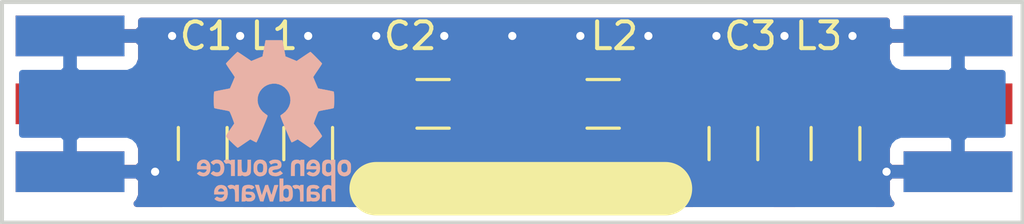
<source format=kicad_pcb>
(kicad_pcb (version 20171130) (host pcbnew "(5.0.1)-4")

  (general
    (thickness 1.6)
    (drawings 6)
    (tracks 34)
    (zones 0)
    (modules 9)
    (nets 5)
  )

  (page A4)
  (layers
    (0 F.Cu signal)
    (31 B.Cu signal)
    (32 B.Adhes user)
    (33 F.Adhes user)
    (34 B.Paste user)
    (35 F.Paste user)
    (36 B.SilkS user)
    (37 F.SilkS user)
    (38 B.Mask user)
    (39 F.Mask user)
    (40 Dwgs.User user)
    (41 Cmts.User user)
    (42 Eco1.User user)
    (43 Eco2.User user)
    (44 Edge.Cuts user)
    (45 Margin user)
    (46 B.CrtYd user)
    (47 F.CrtYd user)
    (48 B.Fab user)
    (49 F.Fab user)
  )

  (setup
    (last_trace_width 0.2032)
    (trace_clearance 0.2032)
    (zone_clearance 0.508)
    (zone_45_only no)
    (trace_min 0.2032)
    (segment_width 0.2)
    (edge_width 0.15)
    (via_size 0.6096)
    (via_drill 0.3048)
    (via_min_size 0.6096)
    (via_min_drill 0.3048)
    (uvia_size 0.3)
    (uvia_drill 0.1)
    (uvias_allowed no)
    (uvia_min_size 0.2)
    (uvia_min_drill 0.1)
    (pcb_text_width 0.3)
    (pcb_text_size 1.5 1.5)
    (mod_edge_width 0.15)
    (mod_text_size 1 1)
    (mod_text_width 0.15)
    (pad_size 1.524 1.524)
    (pad_drill 0.762)
    (pad_to_mask_clearance 0.051)
    (solder_mask_min_width 0.25)
    (aux_axis_origin 0 0)
    (grid_origin 116.205 108.585)
    (visible_elements 7FFFFFFF)
    (pcbplotparams
      (layerselection 0x010fc_ffffffff)
      (usegerberextensions false)
      (usegerberattributes false)
      (usegerberadvancedattributes false)
      (creategerberjobfile false)
      (excludeedgelayer true)
      (linewidth 0.100000)
      (plotframeref false)
      (viasonmask false)
      (mode 1)
      (useauxorigin true)
      (hpglpennumber 1)
      (hpglpenspeed 20)
      (hpglpendiameter 15.000000)
      (psnegative false)
      (psa4output false)
      (plotreference true)
      (plotvalue false)
      (plotinvisibletext false)
      (padsonsilk false)
      (subtractmaskfromsilk false)
      (outputformat 1)
      (mirror false)
      (drillshape 0)
      (scaleselection 1)
      (outputdirectory ""))
  )

  (net 0 "")
  (net 1 "Net-(C1-Pad1)")
  (net 2 GND)
  (net 3 "Net-(C2-Pad1)")
  (net 4 "Net-(C3-Pad1)")

  (net_class Default "This is the default net class."
    (clearance 0.2032)
    (trace_width 0.2032)
    (via_dia 0.6096)
    (via_drill 0.3048)
    (uvia_dia 0.3)
    (uvia_drill 0.1)
    (diff_pair_gap 0.2032)
    (diff_pair_width 0.2032)
    (add_net GND)
  )

  (net_class 50Ohm ""
    (clearance 0.37)
    (trace_width 1.8)
    (via_dia 0.6096)
    (via_drill 0.3048)
    (uvia_dia 0.3)
    (uvia_drill 0.1)
    (diff_pair_gap 0.2032)
    (diff_pair_width 0.2032)
    (add_net "Net-(C1-Pad1)")
    (add_net "Net-(C2-Pad1)")
    (add_net "Net-(C3-Pad1)")
  )

  (module Inductor_SMD:L_1206_3216Metric_Pad1.42x1.75mm_HandSolder (layer F.Cu) (tedit 5B301BBE) (tstamp 5C307E98)
    (at 127.635 105.6275 270)
    (descr "Capacitor SMD 1206 (3216 Metric), square (rectangular) end terminal, IPC_7351 nominal with elongated pad for handsoldering. (Body size source: http://www.tortai-tech.com/upload/download/2011102023233369053.pdf), generated with kicad-footprint-generator")
    (tags "inductor handsolder")
    (path /5C17E923)
    (attr smd)
    (fp_text reference L1 (at -4.0275 1.27) (layer F.SilkS)
      (effects (font (size 1 1) (thickness 0.15)))
    )
    (fp_text value L (at 0 1.82 270) (layer F.Fab)
      (effects (font (size 1 1) (thickness 0.15)))
    )
    (fp_line (start -1.6 0.8) (end -1.6 -0.8) (layer F.Fab) (width 0.1))
    (fp_line (start -1.6 -0.8) (end 1.6 -0.8) (layer F.Fab) (width 0.1))
    (fp_line (start 1.6 -0.8) (end 1.6 0.8) (layer F.Fab) (width 0.1))
    (fp_line (start 1.6 0.8) (end -1.6 0.8) (layer F.Fab) (width 0.1))
    (fp_line (start -0.602064 -0.91) (end 0.602064 -0.91) (layer F.SilkS) (width 0.12))
    (fp_line (start -0.602064 0.91) (end 0.602064 0.91) (layer F.SilkS) (width 0.12))
    (fp_line (start -2.45 1.12) (end -2.45 -1.12) (layer F.CrtYd) (width 0.05))
    (fp_line (start -2.45 -1.12) (end 2.45 -1.12) (layer F.CrtYd) (width 0.05))
    (fp_line (start 2.45 -1.12) (end 2.45 1.12) (layer F.CrtYd) (width 0.05))
    (fp_line (start 2.45 1.12) (end -2.45 1.12) (layer F.CrtYd) (width 0.05))
    (fp_text user %R (at 0 0 270) (layer F.Fab)
      (effects (font (size 0.8 0.8) (thickness 0.12)))
    )
    (pad 1 smd roundrect (at -1.4875 0 270) (size 1.425 1.75) (layers F.Cu F.Paste F.Mask) (roundrect_rratio 0.175439)
      (net 1 "Net-(C1-Pad1)"))
    (pad 2 smd roundrect (at 1.4875 0 270) (size 1.425 1.75) (layers F.Cu F.Paste F.Mask) (roundrect_rratio 0.175439)
      (net 2 GND))
    (model ${KISYS3DMOD}/Inductor_SMD.3dshapes/L_1206_3216Metric.wrl
      (at (xyz 0 0 0))
      (scale (xyz 1 1 1))
      (rotate (xyz 0 0 0))
    )
  )

  (module Capacitor_SMD:C_1206_3216Metric_Pad1.42x1.75mm_HandSolder (layer F.Cu) (tedit 5B301BBE) (tstamp 5C36B264)
    (at 123.698 105.6275 270)
    (descr "Capacitor SMD 1206 (3216 Metric), square (rectangular) end terminal, IPC_7351 nominal with elongated pad for handsoldering. (Body size source: http://www.tortai-tech.com/upload/download/2011102023233369053.pdf), generated with kicad-footprint-generator")
    (tags "capacitor handsolder")
    (path /5C17EB18)
    (attr smd)
    (fp_text reference C1 (at -4.0275 -0.127) (layer F.SilkS)
      (effects (font (size 1 1) (thickness 0.15)))
    )
    (fp_text value C (at 0 1.82 270) (layer F.Fab)
      (effects (font (size 1 1) (thickness 0.15)))
    )
    (fp_line (start -1.6 0.8) (end -1.6 -0.8) (layer F.Fab) (width 0.1))
    (fp_line (start -1.6 -0.8) (end 1.6 -0.8) (layer F.Fab) (width 0.1))
    (fp_line (start 1.6 -0.8) (end 1.6 0.8) (layer F.Fab) (width 0.1))
    (fp_line (start 1.6 0.8) (end -1.6 0.8) (layer F.Fab) (width 0.1))
    (fp_line (start -0.602064 -0.91) (end 0.602064 -0.91) (layer F.SilkS) (width 0.12))
    (fp_line (start -0.602064 0.91) (end 0.602064 0.91) (layer F.SilkS) (width 0.12))
    (fp_line (start -2.45 1.12) (end -2.45 -1.12) (layer F.CrtYd) (width 0.05))
    (fp_line (start -2.45 -1.12) (end 2.45 -1.12) (layer F.CrtYd) (width 0.05))
    (fp_line (start 2.45 -1.12) (end 2.45 1.12) (layer F.CrtYd) (width 0.05))
    (fp_line (start 2.45 1.12) (end -2.45 1.12) (layer F.CrtYd) (width 0.05))
    (fp_text user %R (at 0 0 270) (layer F.Fab)
      (effects (font (size 0.8 0.8) (thickness 0.12)))
    )
    (pad 1 smd roundrect (at -1.4875 0 270) (size 1.425 1.75) (layers F.Cu F.Paste F.Mask) (roundrect_rratio 0.175439)
      (net 1 "Net-(C1-Pad1)"))
    (pad 2 smd roundrect (at 1.4875 0 270) (size 1.425 1.75) (layers F.Cu F.Paste F.Mask) (roundrect_rratio 0.175439)
      (net 2 GND))
    (model ${KISYS3DMOD}/Capacitor_SMD.3dshapes/C_1206_3216Metric.wrl
      (at (xyz 0 0 0))
      (scale (xyz 1 1 1))
      (rotate (xyz 0 0 0))
    )
  )

  (module Capacitor_SMD:C_1206_3216Metric_Pad1.42x1.75mm_HandSolder (layer F.Cu) (tedit 5B301BBE) (tstamp 5C308222)
    (at 132.2975 104.14 180)
    (descr "Capacitor SMD 1206 (3216 Metric), square (rectangular) end terminal, IPC_7351 nominal with elongated pad for handsoldering. (Body size source: http://www.tortai-tech.com/upload/download/2011102023233369053.pdf), generated with kicad-footprint-generator")
    (tags "capacitor handsolder")
    (path /5C17EB9C)
    (attr smd)
    (fp_text reference C2 (at 0.8525 2.54 180) (layer F.SilkS)
      (effects (font (size 1 1) (thickness 0.15)))
    )
    (fp_text value C (at 0.207999 1.394999 180) (layer F.Fab)
      (effects (font (size 1 1) (thickness 0.15)))
    )
    (fp_text user %R (at 0 0 180) (layer F.Fab)
      (effects (font (size 0.8 0.8) (thickness 0.12)))
    )
    (fp_line (start 2.45 1.12) (end -2.45 1.12) (layer F.CrtYd) (width 0.05))
    (fp_line (start 2.45 -1.12) (end 2.45 1.12) (layer F.CrtYd) (width 0.05))
    (fp_line (start -2.45 -1.12) (end 2.45 -1.12) (layer F.CrtYd) (width 0.05))
    (fp_line (start -2.45 1.12) (end -2.45 -1.12) (layer F.CrtYd) (width 0.05))
    (fp_line (start -0.602064 0.91) (end 0.602064 0.91) (layer F.SilkS) (width 0.12))
    (fp_line (start -0.602064 -0.91) (end 0.602064 -0.91) (layer F.SilkS) (width 0.12))
    (fp_line (start 1.6 0.8) (end -1.6 0.8) (layer F.Fab) (width 0.1))
    (fp_line (start 1.6 -0.8) (end 1.6 0.8) (layer F.Fab) (width 0.1))
    (fp_line (start -1.6 -0.8) (end 1.6 -0.8) (layer F.Fab) (width 0.1))
    (fp_line (start -1.6 0.8) (end -1.6 -0.8) (layer F.Fab) (width 0.1))
    (pad 2 smd roundrect (at 1.4875 0 180) (size 1.425 1.75) (layers F.Cu F.Paste F.Mask) (roundrect_rratio 0.175439)
      (net 1 "Net-(C1-Pad1)"))
    (pad 1 smd roundrect (at -1.4875 0 180) (size 1.425 1.75) (layers F.Cu F.Paste F.Mask) (roundrect_rratio 0.175439)
      (net 3 "Net-(C2-Pad1)"))
    (model ${KISYS3DMOD}/Capacitor_SMD.3dshapes/C_1206_3216Metric.wrl
      (at (xyz 0 0 0))
      (scale (xyz 1 1 1))
      (rotate (xyz 0 0 0))
    )
  )

  (module Capacitor_SMD:C_1206_3216Metric_Pad1.42x1.75mm_HandSolder (layer F.Cu) (tedit 5B301BBE) (tstamp 5C307E75)
    (at 143.51 105.6275 270)
    (descr "Capacitor SMD 1206 (3216 Metric), square (rectangular) end terminal, IPC_7351 nominal with elongated pad for handsoldering. (Body size source: http://www.tortai-tech.com/upload/download/2011102023233369053.pdf), generated with kicad-footprint-generator")
    (tags "capacitor handsolder")
    (path /5C17EBE0)
    (attr smd)
    (fp_text reference C3 (at -4.0275 -0.635) (layer F.SilkS)
      (effects (font (size 1 1) (thickness 0.15)))
    )
    (fp_text value C (at 0 1.82 270) (layer F.Fab)
      (effects (font (size 1 1) (thickness 0.15)))
    )
    (fp_line (start -1.6 0.8) (end -1.6 -0.8) (layer F.Fab) (width 0.1))
    (fp_line (start -1.6 -0.8) (end 1.6 -0.8) (layer F.Fab) (width 0.1))
    (fp_line (start 1.6 -0.8) (end 1.6 0.8) (layer F.Fab) (width 0.1))
    (fp_line (start 1.6 0.8) (end -1.6 0.8) (layer F.Fab) (width 0.1))
    (fp_line (start -0.602064 -0.91) (end 0.602064 -0.91) (layer F.SilkS) (width 0.12))
    (fp_line (start -0.602064 0.91) (end 0.602064 0.91) (layer F.SilkS) (width 0.12))
    (fp_line (start -2.45 1.12) (end -2.45 -1.12) (layer F.CrtYd) (width 0.05))
    (fp_line (start -2.45 -1.12) (end 2.45 -1.12) (layer F.CrtYd) (width 0.05))
    (fp_line (start 2.45 -1.12) (end 2.45 1.12) (layer F.CrtYd) (width 0.05))
    (fp_line (start 2.45 1.12) (end -2.45 1.12) (layer F.CrtYd) (width 0.05))
    (fp_text user %R (at 0 0 270) (layer F.Fab)
      (effects (font (size 0.8 0.8) (thickness 0.12)))
    )
    (pad 1 smd roundrect (at -1.4875 0 270) (size 1.425 1.75) (layers F.Cu F.Paste F.Mask) (roundrect_rratio 0.175439)
      (net 4 "Net-(C3-Pad1)"))
    (pad 2 smd roundrect (at 1.4875 0 270) (size 1.425 1.75) (layers F.Cu F.Paste F.Mask) (roundrect_rratio 0.175439)
      (net 2 GND))
    (model ${KISYS3DMOD}/Capacitor_SMD.3dshapes/C_1206_3216Metric.wrl
      (at (xyz 0 0 0))
      (scale (xyz 1 1 1))
      (rotate (xyz 0 0 0))
    )
  )

  (module RFLego_Footprint:SMA_Edge (layer F.Cu) (tedit 5C17EE9A) (tstamp 5C3085F9)
    (at 116.713 104.14)
    (path /5C17E7BA)
    (fp_text reference J1 (at 2.1336 4.6482) (layer F.SilkS) hide
      (effects (font (size 1 1) (thickness 0.15)))
    )
    (fp_text value SMA (at 1.27 6.35) (layer F.Fab) hide
      (effects (font (size 1 1) (thickness 0.15)))
    )
    (pad 1 smd rect (at 2.032 0) (size 4.064 1.524) (layers F.Cu F.Mask)
      (net 1 "Net-(C1-Pad1)"))
    (pad 2 smd rect (at 2.032 -2.54) (size 4.064 1.524) (layers F.Cu F.Mask)
      (net 2 GND))
    (pad 2 smd rect (at 2.032 2.54) (size 4.064 1.524) (layers B.Cu B.Mask)
      (net 2 GND))
    (pad 2 smd rect (at 2.032 -2.54) (size 4.064 1.524) (layers B.Cu B.Mask)
      (net 2 GND))
    (pad 2 smd rect (at 2.032 2.54) (size 4.064 1.524) (layers F.Cu F.Mask)
      (net 2 GND))
  )

  (module RFLego_Footprint:SMA_Edge (layer F.Cu) (tedit 5C17EE9F) (tstamp 5C307E87)
    (at 149.86 104.14)
    (path /5C17E84A)
    (fp_text reference J2 (at 2.1336 4.6482) (layer F.SilkS) hide
      (effects (font (size 1 1) (thickness 0.15)))
    )
    (fp_text value SMA (at 1.27 6.35) (layer F.Fab) hide
      (effects (font (size 1 1) (thickness 0.15)))
    )
    (pad 2 smd rect (at 2.032 2.54) (size 4.064 1.524) (layers F.Cu F.Mask)
      (net 2 GND))
    (pad 2 smd rect (at 2.032 -2.54) (size 4.064 1.524) (layers B.Cu B.Mask)
      (net 2 GND))
    (pad 2 smd rect (at 2.032 2.54) (size 4.064 1.524) (layers B.Cu B.Mask)
      (net 2 GND))
    (pad 2 smd rect (at 2.032 -2.54) (size 4.064 1.524) (layers F.Cu F.Mask)
      (net 2 GND))
    (pad 1 smd rect (at 2.032 0) (size 4.064 1.524) (layers F.Cu F.Mask)
      (net 4 "Net-(C3-Pad1)"))
  )

  (module Inductor_SMD:L_1206_3216Metric_Pad1.42x1.75mm_HandSolder (layer F.Cu) (tedit 5B301BBE) (tstamp 5C307EA9)
    (at 138.6475 104.14)
    (descr "Capacitor SMD 1206 (3216 Metric), square (rectangular) end terminal, IPC_7351 nominal with elongated pad for handsoldering. (Body size source: http://www.tortai-tech.com/upload/download/2011102023233369053.pdf), generated with kicad-footprint-generator")
    (tags "inductor handsolder")
    (path /5C17EA84)
    (attr smd)
    (fp_text reference L2 (at 0.4175 -2.54) (layer F.SilkS)
      (effects (font (size 1 1) (thickness 0.15)))
    )
    (fp_text value L (at 0 1.82) (layer F.Fab)
      (effects (font (size 1 1) (thickness 0.15)))
    )
    (fp_line (start -1.6 0.8) (end -1.6 -0.8) (layer F.Fab) (width 0.1))
    (fp_line (start -1.6 -0.8) (end 1.6 -0.8) (layer F.Fab) (width 0.1))
    (fp_line (start 1.6 -0.8) (end 1.6 0.8) (layer F.Fab) (width 0.1))
    (fp_line (start 1.6 0.8) (end -1.6 0.8) (layer F.Fab) (width 0.1))
    (fp_line (start -0.602064 -0.91) (end 0.602064 -0.91) (layer F.SilkS) (width 0.12))
    (fp_line (start -0.602064 0.91) (end 0.602064 0.91) (layer F.SilkS) (width 0.12))
    (fp_line (start -2.45 1.12) (end -2.45 -1.12) (layer F.CrtYd) (width 0.05))
    (fp_line (start -2.45 -1.12) (end 2.45 -1.12) (layer F.CrtYd) (width 0.05))
    (fp_line (start 2.45 -1.12) (end 2.45 1.12) (layer F.CrtYd) (width 0.05))
    (fp_line (start 2.45 1.12) (end -2.45 1.12) (layer F.CrtYd) (width 0.05))
    (fp_text user %R (at 0 0) (layer F.Fab)
      (effects (font (size 0.8 0.8) (thickness 0.12)))
    )
    (pad 1 smd roundrect (at -1.4875 0) (size 1.425 1.75) (layers F.Cu F.Paste F.Mask) (roundrect_rratio 0.175439)
      (net 3 "Net-(C2-Pad1)"))
    (pad 2 smd roundrect (at 1.4875 0) (size 1.425 1.75) (layers F.Cu F.Paste F.Mask) (roundrect_rratio 0.175439)
      (net 4 "Net-(C3-Pad1)"))
    (model ${KISYS3DMOD}/Inductor_SMD.3dshapes/L_1206_3216Metric.wrl
      (at (xyz 0 0 0))
      (scale (xyz 1 1 1))
      (rotate (xyz 0 0 0))
    )
  )

  (module Inductor_SMD:L_1206_3216Metric_Pad1.42x1.75mm_HandSolder (layer F.Cu) (tedit 5B301BBE) (tstamp 5C307EBA)
    (at 147.32 105.6275 270)
    (descr "Capacitor SMD 1206 (3216 Metric), square (rectangular) end terminal, IPC_7351 nominal with elongated pad for handsoldering. (Body size source: http://www.tortai-tech.com/upload/download/2011102023233369053.pdf), generated with kicad-footprint-generator")
    (tags "inductor handsolder")
    (path /5C17EA40)
    (attr smd)
    (fp_text reference L3 (at -4.0275 0.635) (layer F.SilkS)
      (effects (font (size 1 1) (thickness 0.15)))
    )
    (fp_text value L (at 0 1.82 270) (layer F.Fab)
      (effects (font (size 1 1) (thickness 0.15)))
    )
    (fp_text user %R (at 0 0 270) (layer F.Fab)
      (effects (font (size 0.8 0.8) (thickness 0.12)))
    )
    (fp_line (start 2.45 1.12) (end -2.45 1.12) (layer F.CrtYd) (width 0.05))
    (fp_line (start 2.45 -1.12) (end 2.45 1.12) (layer F.CrtYd) (width 0.05))
    (fp_line (start -2.45 -1.12) (end 2.45 -1.12) (layer F.CrtYd) (width 0.05))
    (fp_line (start -2.45 1.12) (end -2.45 -1.12) (layer F.CrtYd) (width 0.05))
    (fp_line (start -0.602064 0.91) (end 0.602064 0.91) (layer F.SilkS) (width 0.12))
    (fp_line (start -0.602064 -0.91) (end 0.602064 -0.91) (layer F.SilkS) (width 0.12))
    (fp_line (start 1.6 0.8) (end -1.6 0.8) (layer F.Fab) (width 0.1))
    (fp_line (start 1.6 -0.8) (end 1.6 0.8) (layer F.Fab) (width 0.1))
    (fp_line (start -1.6 -0.8) (end 1.6 -0.8) (layer F.Fab) (width 0.1))
    (fp_line (start -1.6 0.8) (end -1.6 -0.8) (layer F.Fab) (width 0.1))
    (pad 2 smd roundrect (at 1.4875 0 270) (size 1.425 1.75) (layers F.Cu F.Paste F.Mask) (roundrect_rratio 0.175439)
      (net 2 GND))
    (pad 1 smd roundrect (at -1.4875 0 270) (size 1.425 1.75) (layers F.Cu F.Paste F.Mask) (roundrect_rratio 0.175439)
      (net 4 "Net-(C3-Pad1)"))
    (model ${KISYS3DMOD}/Inductor_SMD.3dshapes/L_1206_3216Metric.wrl
      (at (xyz 0 0 0))
      (scale (xyz 1 1 1))
      (rotate (xyz 0 0 0))
    )
  )

  (module Symbol:OSHW-Logo_5.7x6mm_SilkScreen (layer B.Cu) (tedit 0) (tstamp 5C51F581)
    (at 126.365 104.775 180)
    (descr "Open Source Hardware Logo")
    (tags "Logo OSHW")
    (attr virtual)
    (fp_text reference REF** (at 0 0 180) (layer B.SilkS) hide
      (effects (font (size 1 1) (thickness 0.15)) (justify mirror))
    )
    (fp_text value OSHW-Logo_5.7x6mm_SilkScreen (at 0.75 0 180) (layer B.Fab) hide
      (effects (font (size 1 1) (thickness 0.15)) (justify mirror))
    )
    (fp_poly (pts (xy 0.376964 2.709982) (xy 0.433812 2.40843) (xy 0.853338 2.235488) (xy 1.104984 2.406605)
      (xy 1.175458 2.45425) (xy 1.239163 2.49679) (xy 1.293126 2.532285) (xy 1.334373 2.55879)
      (xy 1.359934 2.574364) (xy 1.366895 2.577722) (xy 1.379435 2.569086) (xy 1.406231 2.545208)
      (xy 1.44428 2.509141) (xy 1.490579 2.463933) (xy 1.542123 2.412636) (xy 1.595909 2.358299)
      (xy 1.648935 2.303972) (xy 1.698195 2.252705) (xy 1.740687 2.207549) (xy 1.773407 2.171554)
      (xy 1.793351 2.14777) (xy 1.798119 2.13981) (xy 1.791257 2.125135) (xy 1.77202 2.092986)
      (xy 1.74243 2.046508) (xy 1.70451 1.988844) (xy 1.660282 1.92314) (xy 1.634654 1.885664)
      (xy 1.587941 1.817232) (xy 1.546432 1.75548) (xy 1.51214 1.703481) (xy 1.48708 1.664308)
      (xy 1.473264 1.641035) (xy 1.471188 1.636145) (xy 1.475895 1.622245) (xy 1.488723 1.58985)
      (xy 1.507738 1.543515) (xy 1.531003 1.487794) (xy 1.556584 1.427242) (xy 1.582545 1.366414)
      (xy 1.60695 1.309864) (xy 1.627863 1.262148) (xy 1.643349 1.227819) (xy 1.651472 1.211432)
      (xy 1.651952 1.210788) (xy 1.664707 1.207659) (xy 1.698677 1.200679) (xy 1.75034 1.190533)
      (xy 1.816176 1.177908) (xy 1.892664 1.163491) (xy 1.93729 1.155177) (xy 2.019021 1.139616)
      (xy 2.092843 1.124808) (xy 2.155021 1.111564) (xy 2.201822 1.100695) (xy 2.229509 1.093011)
      (xy 2.235074 1.090573) (xy 2.240526 1.07407) (xy 2.244924 1.0368) (xy 2.248272 0.98312)
      (xy 2.250574 0.917388) (xy 2.251832 0.843963) (xy 2.252048 0.767204) (xy 2.251227 0.691468)
      (xy 2.249371 0.621114) (xy 2.246482 0.5605) (xy 2.242565 0.513984) (xy 2.237622 0.485925)
      (xy 2.234657 0.480084) (xy 2.216934 0.473083) (xy 2.179381 0.463073) (xy 2.126964 0.451231)
      (xy 2.064652 0.438733) (xy 2.0429 0.43469) (xy 1.938024 0.41548) (xy 1.85518 0.400009)
      (xy 1.79163 0.387663) (xy 1.744637 0.377827) (xy 1.711463 0.369886) (xy 1.689371 0.363224)
      (xy 1.675624 0.357227) (xy 1.667484 0.351281) (xy 1.666345 0.350106) (xy 1.654977 0.331174)
      (xy 1.637635 0.294331) (xy 1.61605 0.244087) (xy 1.591954 0.184954) (xy 1.567079 0.121444)
      (xy 1.543157 0.058068) (xy 1.521919 -0.000662) (xy 1.505097 -0.050235) (xy 1.494422 -0.086139)
      (xy 1.491627 -0.103862) (xy 1.49186 -0.104483) (xy 1.501331 -0.11897) (xy 1.522818 -0.150844)
      (xy 1.554063 -0.196789) (xy 1.592807 -0.253485) (xy 1.636793 -0.317617) (xy 1.649319 -0.335842)
      (xy 1.693984 -0.401914) (xy 1.733288 -0.4622) (xy 1.765088 -0.513235) (xy 1.787245 -0.55156)
      (xy 1.797617 -0.573711) (xy 1.798119 -0.576432) (xy 1.789405 -0.590736) (xy 1.765325 -0.619072)
      (xy 1.728976 -0.658396) (xy 1.683453 -0.705661) (xy 1.631852 -0.757823) (xy 1.577267 -0.811835)
      (xy 1.522794 -0.864653) (xy 1.471529 -0.913231) (xy 1.426567 -0.954523) (xy 1.391004 -0.985485)
      (xy 1.367935 -1.00307) (xy 1.361554 -1.005941) (xy 1.346699 -0.999178) (xy 1.316286 -0.980939)
      (xy 1.275268 -0.954297) (xy 1.243709 -0.932852) (xy 1.186525 -0.893503) (xy 1.118806 -0.847171)
      (xy 1.05088 -0.800913) (xy 1.014361 -0.776155) (xy 0.890752 -0.692547) (xy 0.786991 -0.74865)
      (xy 0.73972 -0.773228) (xy 0.699523 -0.792331) (xy 0.672326 -0.803227) (xy 0.665402 -0.804743)
      (xy 0.657077 -0.793549) (xy 0.640654 -0.761917) (xy 0.617357 -0.712765) (xy 0.588414 -0.64901)
      (xy 0.55505 -0.573571) (xy 0.518491 -0.489364) (xy 0.479964 -0.399308) (xy 0.440694 -0.306321)
      (xy 0.401908 -0.21332) (xy 0.36483 -0.123223) (xy 0.330689 -0.038948) (xy 0.300708 0.036587)
      (xy 0.276116 0.100466) (xy 0.258136 0.149769) (xy 0.247997 0.181579) (xy 0.246366 0.192504)
      (xy 0.259291 0.206439) (xy 0.287589 0.22906) (xy 0.325346 0.255667) (xy 0.328515 0.257772)
      (xy 0.4261 0.335886) (xy 0.504786 0.427018) (xy 0.563891 0.528255) (xy 0.602732 0.636682)
      (xy 0.620628 0.749386) (xy 0.616897 0.863452) (xy 0.590857 0.975966) (xy 0.541825 1.084015)
      (xy 0.5274 1.107655) (xy 0.452369 1.203113) (xy 0.36373 1.279768) (xy 0.264549 1.33722)
      (xy 0.157895 1.375071) (xy 0.046836 1.392922) (xy -0.065561 1.390375) (xy -0.176227 1.36703)
      (xy -0.282094 1.32249) (xy -0.380095 1.256355) (xy -0.41041 1.229513) (xy -0.487562 1.145488)
      (xy -0.543782 1.057034) (xy -0.582347 0.957885) (xy -0.603826 0.859697) (xy -0.609128 0.749303)
      (xy -0.591448 0.63836) (xy -0.552581 0.530619) (xy -0.494323 0.429831) (xy -0.418469 0.339744)
      (xy -0.326817 0.264108) (xy -0.314772 0.256136) (xy -0.276611 0.230026) (xy -0.247601 0.207405)
      (xy -0.233732 0.192961) (xy -0.233531 0.192504) (xy -0.236508 0.176879) (xy -0.248311 0.141418)
      (xy -0.267714 0.089038) (xy -0.293488 0.022655) (xy -0.324409 -0.054814) (xy -0.359249 -0.14045)
      (xy -0.396783 -0.231337) (xy -0.435783 -0.324559) (xy -0.475023 -0.417197) (xy -0.513276 -0.506335)
      (xy -0.549317 -0.589055) (xy -0.581917 -0.662441) (xy -0.609852 -0.723575) (xy -0.631895 -0.769541)
      (xy -0.646818 -0.797421) (xy -0.652828 -0.804743) (xy -0.671191 -0.799041) (xy -0.705552 -0.783749)
      (xy -0.749984 -0.761599) (xy -0.774417 -0.74865) (xy -0.878178 -0.692547) (xy -1.001787 -0.776155)
      (xy -1.064886 -0.818987) (xy -1.13397 -0.866122) (xy -1.198707 -0.910503) (xy -1.231134 -0.932852)
      (xy -1.276741 -0.963477) (xy -1.31536 -0.987747) (xy -1.341952 -1.002587) (xy -1.35059 -1.005724)
      (xy -1.363161 -0.997261) (xy -1.390984 -0.973636) (xy -1.431361 -0.937302) (xy -1.481595 -0.890711)
      (xy -1.538988 -0.836317) (xy -1.575286 -0.801392) (xy -1.63879 -0.738996) (xy -1.693673 -0.683188)
      (xy -1.737714 -0.636354) (xy -1.768695 -0.600882) (xy -1.784398 -0.579161) (xy -1.785905 -0.574752)
      (xy -1.778914 -0.557985) (xy -1.759594 -0.524082) (xy -1.730091 -0.476476) (xy -1.692545 -0.418599)
      (xy -1.6491 -0.353884) (xy -1.636745 -0.335842) (xy -1.591727 -0.270267) (xy -1.55134 -0.211228)
      (xy -1.51784 -0.162042) (xy -1.493486 -0.126028) (xy -1.480536 -0.106502) (xy -1.479285 -0.104483)
      (xy -1.481156 -0.088922) (xy -1.491087 -0.054709) (xy -1.507347 -0.006355) (xy -1.528205 0.051629)
      (xy -1.551927 0.11473) (xy -1.576784 0.178437) (xy -1.601042 0.238239) (xy -1.622971 0.289624)
      (xy -1.640838 0.328081) (xy -1.652913 0.349098) (xy -1.653771 0.350106) (xy -1.661154 0.356112)
      (xy -1.673625 0.362052) (xy -1.69392 0.36854) (xy -1.724778 0.376191) (xy -1.768934 0.38562)
      (xy -1.829126 0.397441) (xy -1.908093 0.412271) (xy -2.00857 0.430723) (xy -2.030325 0.43469)
      (xy -2.094802 0.447147) (xy -2.151011 0.459334) (xy -2.193987 0.470074) (xy -2.21876 0.478191)
      (xy -2.222082 0.480084) (xy -2.227556 0.496862) (xy -2.232006 0.534355) (xy -2.235428 0.588206)
      (xy -2.237819 0.654056) (xy -2.239177 0.727547) (xy -2.239499 0.80432) (xy -2.238781 0.880017)
      (xy -2.237021 0.95028) (xy -2.234216 1.01075) (xy -2.230362 1.05707) (xy -2.225457 1.084881)
      (xy -2.2225 1.090573) (xy -2.206037 1.096314) (xy -2.168551 1.105655) (xy -2.113775 1.117785)
      (xy -2.045445 1.131893) (xy -1.967294 1.14717) (xy -1.924716 1.155177) (xy -1.843929 1.170279)
      (xy -1.771887 1.18396) (xy -1.712111 1.195533) (xy -1.668121 1.204313) (xy -1.643439 1.209613)
      (xy -1.639377 1.210788) (xy -1.632511 1.224035) (xy -1.617998 1.255943) (xy -1.597771 1.301953)
      (xy -1.573766 1.357508) (xy -1.547918 1.418047) (xy -1.52216 1.479014) (xy -1.498427 1.535849)
      (xy -1.478654 1.583994) (xy -1.464776 1.61889) (xy -1.458726 1.635979) (xy -1.458614 1.636726)
      (xy -1.465472 1.650207) (xy -1.484698 1.68123) (xy -1.514272 1.726711) (xy -1.552173 1.783568)
      (xy -1.59638 1.848717) (xy -1.622079 1.886138) (xy -1.668907 1.954753) (xy -1.710499 2.017048)
      (xy -1.744825 2.069871) (xy -1.769857 2.110073) (xy -1.783565 2.1345) (xy -1.785544 2.139976)
      (xy -1.777034 2.152722) (xy -1.753507 2.179937) (xy -1.717968 2.218572) (xy -1.673423 2.265577)
      (xy -1.622877 2.317905) (xy -1.569336 2.372505) (xy -1.515805 2.42633) (xy -1.465289 2.47633)
      (xy -1.420794 2.519457) (xy -1.385325 2.552661) (xy -1.361887 2.572894) (xy -1.354046 2.577722)
      (xy -1.34128 2.570933) (xy -1.310744 2.551858) (xy -1.26541 2.522439) (xy -1.208244 2.484619)
      (xy -1.142216 2.440339) (xy -1.09241 2.406605) (xy -0.840764 2.235488) (xy -0.631001 2.321959)
      (xy -0.421237 2.40843) (xy -0.364389 2.709982) (xy -0.30754 3.011534) (xy 0.320115 3.011534)
      (xy 0.376964 2.709982)) (layer B.SilkS) (width 0.01))
    (fp_poly (pts (xy 1.79946 -1.45803) (xy 1.842711 -1.471245) (xy 1.870558 -1.487941) (xy 1.879629 -1.501145)
      (xy 1.877132 -1.516797) (xy 1.860931 -1.541385) (xy 1.847232 -1.5588) (xy 1.818992 -1.590283)
      (xy 1.797775 -1.603529) (xy 1.779688 -1.602664) (xy 1.726035 -1.58901) (xy 1.68663 -1.58963)
      (xy 1.654632 -1.605104) (xy 1.64389 -1.614161) (xy 1.609505 -1.646027) (xy 1.609505 -2.062179)
      (xy 1.471188 -2.062179) (xy 1.471188 -1.458614) (xy 1.540347 -1.458614) (xy 1.581869 -1.460256)
      (xy 1.603291 -1.466087) (xy 1.609502 -1.477461) (xy 1.609505 -1.477798) (xy 1.612439 -1.489713)
      (xy 1.625704 -1.488159) (xy 1.644084 -1.479563) (xy 1.682046 -1.463568) (xy 1.712872 -1.453945)
      (xy 1.752536 -1.451478) (xy 1.79946 -1.45803)) (layer B.SilkS) (width 0.01))
    (fp_poly (pts (xy -0.754012 -1.469002) (xy -0.722717 -1.48395) (xy -0.692409 -1.505541) (xy -0.669318 -1.530391)
      (xy -0.6525 -1.562087) (xy -0.641006 -1.604214) (xy -0.633891 -1.660358) (xy -0.630207 -1.734106)
      (xy -0.629008 -1.829044) (xy -0.628989 -1.838985) (xy -0.628713 -2.062179) (xy -0.76703 -2.062179)
      (xy -0.76703 -1.856418) (xy -0.767128 -1.780189) (xy -0.767809 -1.724939) (xy -0.769651 -1.686501)
      (xy -0.773233 -1.660706) (xy -0.779132 -1.643384) (xy -0.787927 -1.630368) (xy -0.80018 -1.617507)
      (xy -0.843047 -1.589873) (xy -0.889843 -1.584745) (xy -0.934424 -1.602217) (xy -0.949928 -1.615221)
      (xy -0.96131 -1.627447) (xy -0.969481 -1.64054) (xy -0.974974 -1.658615) (xy -0.97832 -1.685787)
      (xy -0.980051 -1.72617) (xy -0.980697 -1.783879) (xy -0.980792 -1.854132) (xy -0.980792 -2.062179)
      (xy -1.119109 -2.062179) (xy -1.119109 -1.458614) (xy -1.04995 -1.458614) (xy -1.008428 -1.460256)
      (xy -0.987006 -1.466087) (xy -0.980795 -1.477461) (xy -0.980792 -1.477798) (xy -0.97791 -1.488938)
      (xy -0.965199 -1.487674) (xy -0.939926 -1.475434) (xy -0.882605 -1.457424) (xy -0.817037 -1.455421)
      (xy -0.754012 -1.469002)) (layer B.SilkS) (width 0.01))
    (fp_poly (pts (xy 2.677898 -1.456457) (xy 2.710096 -1.464279) (xy 2.771825 -1.492921) (xy 2.82461 -1.536667)
      (xy 2.861141 -1.589117) (xy 2.86616 -1.600893) (xy 2.873045 -1.63174) (xy 2.877864 -1.677371)
      (xy 2.879505 -1.723492) (xy 2.879505 -1.810693) (xy 2.697178 -1.810693) (xy 2.621979 -1.810978)
      (xy 2.569003 -1.812704) (xy 2.535325 -1.817181) (xy 2.51802 -1.82572) (xy 2.514163 -1.83963)
      (xy 2.520829 -1.860222) (xy 2.53277 -1.884315) (xy 2.56608 -1.924525) (xy 2.612368 -1.944558)
      (xy 2.668944 -1.943905) (xy 2.733031 -1.922101) (xy 2.788417 -1.895193) (xy 2.834375 -1.931532)
      (xy 2.880333 -1.967872) (xy 2.837096 -2.007819) (xy 2.779374 -2.045563) (xy 2.708386 -2.06832)
      (xy 2.632029 -2.074688) (xy 2.558199 -2.063268) (xy 2.546287 -2.059393) (xy 2.481399 -2.025506)
      (xy 2.43313 -1.974986) (xy 2.400465 -1.906325) (xy 2.382385 -1.818014) (xy 2.382175 -1.816121)
      (xy 2.380556 -1.719878) (xy 2.3871 -1.685542) (xy 2.514852 -1.685542) (xy 2.526584 -1.690822)
      (xy 2.558438 -1.694867) (xy 2.605397 -1.697176) (xy 2.635154 -1.697525) (xy 2.690648 -1.697306)
      (xy 2.725346 -1.695916) (xy 2.743601 -1.692251) (xy 2.749766 -1.68521) (xy 2.748195 -1.67369)
      (xy 2.746878 -1.669233) (xy 2.724382 -1.627355) (xy 2.689003 -1.593604) (xy 2.65778 -1.578773)
      (xy 2.616301 -1.579668) (xy 2.574269 -1.598164) (xy 2.539012 -1.628786) (xy 2.517854 -1.666062)
      (xy 2.514852 -1.685542) (xy 2.3871 -1.685542) (xy 2.39669 -1.635229) (xy 2.428698 -1.564191)
      (xy 2.474701 -1.508779) (xy 2.532821 -1.471009) (xy 2.60118 -1.452896) (xy 2.677898 -1.456457)) (layer B.SilkS) (width 0.01))
    (fp_poly (pts (xy 2.217226 -1.46388) (xy 2.29008 -1.49483) (xy 2.313027 -1.509895) (xy 2.342354 -1.533048)
      (xy 2.360764 -1.551253) (xy 2.363961 -1.557183) (xy 2.354935 -1.57034) (xy 2.331837 -1.592667)
      (xy 2.313344 -1.60825) (xy 2.262728 -1.648926) (xy 2.22276 -1.615295) (xy 2.191874 -1.593584)
      (xy 2.161759 -1.58609) (xy 2.127292 -1.58792) (xy 2.072561 -1.601528) (xy 2.034886 -1.629772)
      (xy 2.011991 -1.675433) (xy 2.001597 -1.741289) (xy 2.001595 -1.741331) (xy 2.002494 -1.814939)
      (xy 2.016463 -1.868946) (xy 2.044328 -1.905716) (xy 2.063325 -1.918168) (xy 2.113776 -1.933673)
      (xy 2.167663 -1.933683) (xy 2.214546 -1.918638) (xy 2.225644 -1.911287) (xy 2.253476 -1.892511)
      (xy 2.275236 -1.889434) (xy 2.298704 -1.903409) (xy 2.324649 -1.92851) (xy 2.365716 -1.97088)
      (xy 2.320121 -2.008464) (xy 2.249674 -2.050882) (xy 2.170233 -2.071785) (xy 2.087215 -2.070272)
      (xy 2.032694 -2.056411) (xy 1.96897 -2.022135) (xy 1.918005 -1.968212) (xy 1.894851 -1.930149)
      (xy 1.876099 -1.875536) (xy 1.866715 -1.806369) (xy 1.866643 -1.731407) (xy 1.875824 -1.659409)
      (xy 1.894199 -1.599137) (xy 1.897093 -1.592958) (xy 1.939952 -1.532351) (xy 1.997979 -1.488224)
      (xy 2.066591 -1.461493) (xy 2.141201 -1.453073) (xy 2.217226 -1.46388)) (layer B.SilkS) (width 0.01))
    (fp_poly (pts (xy 0.993367 -1.654342) (xy 0.994555 -1.746563) (xy 0.998897 -1.81661) (xy 1.007558 -1.867381)
      (xy 1.021704 -1.901772) (xy 1.0425 -1.922679) (xy 1.07111 -1.933) (xy 1.106535 -1.935636)
      (xy 1.143636 -1.932682) (xy 1.171818 -1.921889) (xy 1.192243 -1.90036) (xy 1.206079 -1.865199)
      (xy 1.214491 -1.81351) (xy 1.218643 -1.742394) (xy 1.219703 -1.654342) (xy 1.219703 -1.458614)
      (xy 1.35802 -1.458614) (xy 1.35802 -2.062179) (xy 1.288862 -2.062179) (xy 1.24717 -2.060489)
      (xy 1.225701 -2.054556) (xy 1.219703 -2.043293) (xy 1.216091 -2.033261) (xy 1.201714 -2.035383)
      (xy 1.172736 -2.04958) (xy 1.106319 -2.07148) (xy 1.035875 -2.069928) (xy 0.968377 -2.046147)
      (xy 0.936233 -2.027362) (xy 0.911715 -2.007022) (xy 0.893804 -1.981573) (xy 0.881479 -1.947458)
      (xy 0.873723 -1.901121) (xy 0.869516 -1.839007) (xy 0.86784 -1.757561) (xy 0.867624 -1.694578)
      (xy 0.867624 -1.458614) (xy 0.993367 -1.458614) (xy 0.993367 -1.654342)) (layer B.SilkS) (width 0.01))
    (fp_poly (pts (xy 0.610762 -1.466055) (xy 0.674363 -1.500692) (xy 0.724123 -1.555372) (xy 0.747568 -1.599842)
      (xy 0.757634 -1.639121) (xy 0.764156 -1.695116) (xy 0.766951 -1.759621) (xy 0.765836 -1.824429)
      (xy 0.760626 -1.881334) (xy 0.754541 -1.911727) (xy 0.734014 -1.953306) (xy 0.698463 -1.997468)
      (xy 0.655619 -2.036087) (xy 0.613211 -2.061034) (xy 0.612177 -2.06143) (xy 0.559553 -2.072331)
      (xy 0.497188 -2.072601) (xy 0.437924 -2.062676) (xy 0.41504 -2.054722) (xy 0.356102 -2.0213)
      (xy 0.31389 -1.977511) (xy 0.286156 -1.919538) (xy 0.270651 -1.843565) (xy 0.267143 -1.803771)
      (xy 0.26759 -1.753766) (xy 0.402376 -1.753766) (xy 0.406917 -1.826732) (xy 0.419986 -1.882334)
      (xy 0.440756 -1.917861) (xy 0.455552 -1.92802) (xy 0.493464 -1.935104) (xy 0.538527 -1.933007)
      (xy 0.577487 -1.922812) (xy 0.587704 -1.917204) (xy 0.614659 -1.884538) (xy 0.632451 -1.834545)
      (xy 0.640024 -1.773705) (xy 0.636325 -1.708497) (xy 0.628057 -1.669253) (xy 0.60432 -1.623805)
      (xy 0.566849 -1.595396) (xy 0.52172 -1.585573) (xy 0.475011 -1.595887) (xy 0.439132 -1.621112)
      (xy 0.420277 -1.641925) (xy 0.409272 -1.662439) (xy 0.404026 -1.690203) (xy 0.402449 -1.732762)
      (xy 0.402376 -1.753766) (xy 0.26759 -1.753766) (xy 0.268094 -1.69758) (xy 0.285388 -1.610501)
      (xy 0.319029 -1.54253) (xy 0.369018 -1.493664) (xy 0.435356 -1.463899) (xy 0.449601 -1.460448)
      (xy 0.53521 -1.452345) (xy 0.610762 -1.466055)) (layer B.SilkS) (width 0.01))
    (fp_poly (pts (xy 0.014017 -1.456452) (xy 0.061634 -1.465482) (xy 0.111034 -1.48437) (xy 0.116312 -1.486777)
      (xy 0.153774 -1.506476) (xy 0.179717 -1.524781) (xy 0.188103 -1.536508) (xy 0.180117 -1.555632)
      (xy 0.16072 -1.58385) (xy 0.15211 -1.594384) (xy 0.116628 -1.635847) (xy 0.070885 -1.608858)
      (xy 0.02735 -1.590878) (xy -0.02295 -1.581267) (xy -0.071188 -1.58066) (xy -0.108533 -1.589691)
      (xy -0.117495 -1.595327) (xy -0.134563 -1.621171) (xy -0.136637 -1.650941) (xy -0.123866 -1.674197)
      (xy -0.116312 -1.678708) (xy -0.093675 -1.684309) (xy -0.053885 -1.690892) (xy -0.004834 -1.697183)
      (xy 0.004215 -1.69817) (xy 0.082996 -1.711798) (xy 0.140136 -1.734946) (xy 0.17803 -1.769752)
      (xy 0.199079 -1.818354) (xy 0.205635 -1.877718) (xy 0.196577 -1.945198) (xy 0.167164 -1.998188)
      (xy 0.117278 -2.036783) (xy 0.0468 -2.061081) (xy -0.031435 -2.070667) (xy -0.095234 -2.070552)
      (xy -0.146984 -2.061845) (xy -0.182327 -2.049825) (xy -0.226983 -2.02888) (xy -0.268253 -2.004574)
      (xy -0.282921 -1.993876) (xy -0.320643 -1.963084) (xy -0.275148 -1.917049) (xy -0.229653 -1.871013)
      (xy -0.177928 -1.905243) (xy -0.126048 -1.930952) (xy -0.070649 -1.944399) (xy -0.017395 -1.945818)
      (xy 0.028049 -1.935443) (xy 0.060016 -1.913507) (xy 0.070338 -1.894998) (xy 0.068789 -1.865314)
      (xy 0.04314 -1.842615) (xy -0.00654 -1.82694) (xy -0.060969 -1.819695) (xy -0.144736 -1.805873)
      (xy -0.206967 -1.779796) (xy -0.248493 -1.740699) (xy -0.270147 -1.68782) (xy -0.273147 -1.625126)
      (xy -0.258329 -1.559642) (xy -0.224546 -1.510144) (xy -0.171495 -1.476408) (xy -0.098874 -1.458207)
      (xy -0.045072 -1.454639) (xy 0.014017 -1.456452)) (layer B.SilkS) (width 0.01))
    (fp_poly (pts (xy -1.356699 -1.472614) (xy -1.344168 -1.478514) (xy -1.300799 -1.510283) (xy -1.25979 -1.556646)
      (xy -1.229168 -1.607696) (xy -1.220459 -1.631166) (xy -1.212512 -1.673091) (xy -1.207774 -1.723757)
      (xy -1.207199 -1.744679) (xy -1.207129 -1.810693) (xy -1.587083 -1.810693) (xy -1.578983 -1.845273)
      (xy -1.559104 -1.88617) (xy -1.524347 -1.921514) (xy -1.482998 -1.944282) (xy -1.456649 -1.94901)
      (xy -1.420916 -1.943273) (xy -1.378282 -1.928882) (xy -1.363799 -1.922262) (xy -1.31024 -1.895513)
      (xy -1.264533 -1.930376) (xy -1.238158 -1.953955) (xy -1.224124 -1.973417) (xy -1.223414 -1.979129)
      (xy -1.235951 -1.992973) (xy -1.263428 -2.014012) (xy -1.288366 -2.030425) (xy -1.355664 -2.05993)
      (xy -1.43111 -2.073284) (xy -1.505888 -2.069812) (xy -1.565495 -2.051663) (xy -1.626941 -2.012784)
      (xy -1.670608 -1.961595) (xy -1.697926 -1.895367) (xy -1.710322 -1.811371) (xy -1.711421 -1.772936)
      (xy -1.707022 -1.684861) (xy -1.706482 -1.682299) (xy -1.580582 -1.682299) (xy -1.577115 -1.690558)
      (xy -1.562863 -1.695113) (xy -1.53347 -1.697065) (xy -1.484575 -1.697517) (xy -1.465748 -1.697525)
      (xy -1.408467 -1.696843) (xy -1.372141 -1.694364) (xy -1.352604 -1.689443) (xy -1.34569 -1.681434)
      (xy -1.345445 -1.678862) (xy -1.353336 -1.658423) (xy -1.373085 -1.629789) (xy -1.381575 -1.619763)
      (xy -1.413094 -1.591408) (xy -1.445949 -1.580259) (xy -1.463651 -1.579327) (xy -1.511539 -1.590981)
      (xy -1.551699 -1.622285) (xy -1.577173 -1.667752) (xy -1.577625 -1.669233) (xy -1.580582 -1.682299)
      (xy -1.706482 -1.682299) (xy -1.692392 -1.61551) (xy -1.666038 -1.560025) (xy -1.633807 -1.520639)
      (xy -1.574217 -1.477931) (xy -1.504168 -1.455109) (xy -1.429661 -1.453046) (xy -1.356699 -1.472614)) (layer B.SilkS) (width 0.01))
    (fp_poly (pts (xy -2.538261 -1.465148) (xy -2.472479 -1.494231) (xy -2.42254 -1.542793) (xy -2.388374 -1.610908)
      (xy -2.369907 -1.698651) (xy -2.368583 -1.712351) (xy -2.367546 -1.808939) (xy -2.380993 -1.893602)
      (xy -2.408108 -1.962221) (xy -2.422627 -1.984294) (xy -2.473201 -2.031011) (xy -2.537609 -2.061268)
      (xy -2.609666 -2.073824) (xy -2.683185 -2.067439) (xy -2.739072 -2.047772) (xy -2.787132 -2.014629)
      (xy -2.826412 -1.971175) (xy -2.827092 -1.970158) (xy -2.843044 -1.943338) (xy -2.85341 -1.916368)
      (xy -2.859688 -1.882332) (xy -2.863373 -1.83431) (xy -2.864997 -1.794931) (xy -2.865672 -1.759219)
      (xy -2.739955 -1.759219) (xy -2.738726 -1.79477) (xy -2.734266 -1.842094) (xy -2.726397 -1.872465)
      (xy -2.712207 -1.894072) (xy -2.698917 -1.906694) (xy -2.651802 -1.933122) (xy -2.602505 -1.936653)
      (xy -2.556593 -1.917639) (xy -2.533638 -1.896331) (xy -2.517096 -1.874859) (xy -2.507421 -1.854313)
      (xy -2.503174 -1.827574) (xy -2.50292 -1.787523) (xy -2.504228 -1.750638) (xy -2.507043 -1.697947)
      (xy -2.511505 -1.663772) (xy -2.519548 -1.64148) (xy -2.533103 -1.624442) (xy -2.543845 -1.614703)
      (xy -2.588777 -1.589123) (xy -2.637249 -1.587847) (xy -2.677894 -1.602999) (xy -2.712567 -1.634642)
      (xy -2.733224 -1.68662) (xy -2.739955 -1.759219) (xy -2.865672 -1.759219) (xy -2.866479 -1.716621)
      (xy -2.863948 -1.658056) (xy -2.856362 -1.614007) (xy -2.842681 -1.579248) (xy -2.821865 -1.548551)
      (xy -2.814147 -1.539436) (xy -2.765889 -1.494021) (xy -2.714128 -1.467493) (xy -2.650828 -1.456379)
      (xy -2.619961 -1.455471) (xy -2.538261 -1.465148)) (layer B.SilkS) (width 0.01))
    (fp_poly (pts (xy 2.032581 -2.40497) (xy 2.092685 -2.420597) (xy 2.143021 -2.452848) (xy 2.167393 -2.47694)
      (xy 2.207345 -2.533895) (xy 2.230242 -2.599965) (xy 2.238108 -2.681182) (xy 2.238148 -2.687748)
      (xy 2.238218 -2.753763) (xy 1.858264 -2.753763) (xy 1.866363 -2.788342) (xy 1.880987 -2.819659)
      (xy 1.906581 -2.852291) (xy 1.911935 -2.8575) (xy 1.957943 -2.885694) (xy 2.01041 -2.890475)
      (xy 2.070803 -2.871926) (xy 2.08104 -2.866931) (xy 2.112439 -2.851745) (xy 2.13347 -2.843094)
      (xy 2.137139 -2.842293) (xy 2.149948 -2.850063) (xy 2.174378 -2.869072) (xy 2.186779 -2.87946)
      (xy 2.212476 -2.903321) (xy 2.220915 -2.919077) (xy 2.215058 -2.933571) (xy 2.211928 -2.937534)
      (xy 2.190725 -2.954879) (xy 2.155738 -2.975959) (xy 2.131337 -2.988265) (xy 2.062072 -3.009946)
      (xy 1.985388 -3.016971) (xy 1.912765 -3.008647) (xy 1.892426 -3.002686) (xy 1.829476 -2.968952)
      (xy 1.782815 -2.917045) (xy 1.752173 -2.846459) (xy 1.737282 -2.756692) (xy 1.735647 -2.709753)
      (xy 1.740421 -2.641413) (xy 1.86099 -2.641413) (xy 1.872652 -2.646465) (xy 1.903998 -2.650429)
      (xy 1.949571 -2.652768) (xy 1.980446 -2.653169) (xy 2.035981 -2.652783) (xy 2.071033 -2.650975)
      (xy 2.090262 -2.646773) (xy 2.09833 -2.639203) (xy 2.099901 -2.628218) (xy 2.089121 -2.594381)
      (xy 2.06198 -2.56094) (xy 2.026277 -2.535272) (xy 1.99056 -2.524772) (xy 1.942048 -2.534086)
      (xy 1.900053 -2.561013) (xy 1.870936 -2.599827) (xy 1.86099 -2.641413) (xy 1.740421 -2.641413)
      (xy 1.742599 -2.610236) (xy 1.764055 -2.530949) (xy 1.80047 -2.471263) (xy 1.852297 -2.430549)
      (xy 1.91999 -2.408179) (xy 1.956662 -2.403871) (xy 2.032581 -2.40497)) (layer B.SilkS) (width 0.01))
    (fp_poly (pts (xy 1.635255 -2.401486) (xy 1.683595 -2.411015) (xy 1.711114 -2.425125) (xy 1.740064 -2.448568)
      (xy 1.698876 -2.500571) (xy 1.673482 -2.532064) (xy 1.656238 -2.547428) (xy 1.639102 -2.549776)
      (xy 1.614027 -2.542217) (xy 1.602257 -2.537941) (xy 1.55427 -2.531631) (xy 1.510324 -2.545156)
      (xy 1.47806 -2.57571) (xy 1.472819 -2.585452) (xy 1.467112 -2.611258) (xy 1.462706 -2.658817)
      (xy 1.459811 -2.724758) (xy 1.458631 -2.80571) (xy 1.458614 -2.817226) (xy 1.458614 -3.017822)
      (xy 1.320297 -3.017822) (xy 1.320297 -2.401683) (xy 1.389456 -2.401683) (xy 1.429333 -2.402725)
      (xy 1.450107 -2.407358) (xy 1.457789 -2.417849) (xy 1.458614 -2.427745) (xy 1.458614 -2.453806)
      (xy 1.491745 -2.427745) (xy 1.529735 -2.409965) (xy 1.58077 -2.401174) (xy 1.635255 -2.401486)) (layer B.SilkS) (width 0.01))
    (fp_poly (pts (xy 1.038411 -2.405417) (xy 1.091411 -2.41829) (xy 1.106731 -2.42511) (xy 1.136428 -2.442974)
      (xy 1.15922 -2.463093) (xy 1.176083 -2.488962) (xy 1.187998 -2.524073) (xy 1.195942 -2.57192)
      (xy 1.200894 -2.635996) (xy 1.203831 -2.719794) (xy 1.204947 -2.775768) (xy 1.209052 -3.017822)
      (xy 1.138932 -3.017822) (xy 1.096393 -3.016038) (xy 1.074476 -3.009942) (xy 1.068812 -2.999706)
      (xy 1.065821 -2.988637) (xy 1.052451 -2.990754) (xy 1.034233 -2.999629) (xy 0.988624 -3.013233)
      (xy 0.930007 -3.016899) (xy 0.868354 -3.010903) (xy 0.813638 -2.995521) (xy 0.80873 -2.993386)
      (xy 0.758723 -2.958255) (xy 0.725756 -2.909419) (xy 0.710587 -2.852333) (xy 0.711746 -2.831824)
      (xy 0.835508 -2.831824) (xy 0.846413 -2.859425) (xy 0.878745 -2.879204) (xy 0.93091 -2.889819)
      (xy 0.958787 -2.891228) (xy 1.005247 -2.88762) (xy 1.036129 -2.873597) (xy 1.043664 -2.866931)
      (xy 1.064076 -2.830666) (xy 1.068812 -2.797773) (xy 1.068812 -2.753763) (xy 1.007513 -2.753763)
      (xy 0.936256 -2.757395) (xy 0.886276 -2.768818) (xy 0.854696 -2.788824) (xy 0.847626 -2.797743)
      (xy 0.835508 -2.831824) (xy 0.711746 -2.831824) (xy 0.713971 -2.792456) (xy 0.736663 -2.735244)
      (xy 0.767624 -2.69658) (xy 0.786376 -2.679864) (xy 0.804733 -2.668878) (xy 0.828619 -2.66218)
      (xy 0.863957 -2.658326) (xy 0.916669 -2.655873) (xy 0.937577 -2.655168) (xy 1.068812 -2.650879)
      (xy 1.06862 -2.611158) (xy 1.063537 -2.569405) (xy 1.045162 -2.544158) (xy 1.008039 -2.52803)
      (xy 1.007043 -2.527742) (xy 0.95441 -2.5214) (xy 0.902906 -2.529684) (xy 0.86463 -2.549827)
      (xy 0.849272 -2.559773) (xy 0.83273 -2.558397) (xy 0.807275 -2.543987) (xy 0.792328 -2.533817)
      (xy 0.763091 -2.512088) (xy 0.74498 -2.4958) (xy 0.742074 -2.491137) (xy 0.75404 -2.467005)
      (xy 0.789396 -2.438185) (xy 0.804753 -2.428461) (xy 0.848901 -2.411714) (xy 0.908398 -2.402227)
      (xy 0.974487 -2.400095) (xy 1.038411 -2.405417)) (layer B.SilkS) (width 0.01))
    (fp_poly (pts (xy 0.281524 -2.404237) (xy 0.331255 -2.407971) (xy 0.461291 -2.797773) (xy 0.481678 -2.728614)
      (xy 0.493946 -2.685874) (xy 0.510085 -2.628115) (xy 0.527512 -2.564625) (xy 0.536726 -2.53057)
      (xy 0.571388 -2.401683) (xy 0.714391 -2.401683) (xy 0.671646 -2.536857) (xy 0.650596 -2.603342)
      (xy 0.625167 -2.683539) (xy 0.59861 -2.767193) (xy 0.574902 -2.841782) (xy 0.520902 -3.011535)
      (xy 0.462598 -3.015328) (xy 0.404295 -3.019122) (xy 0.372679 -2.914734) (xy 0.353182 -2.849889)
      (xy 0.331904 -2.7784) (xy 0.313308 -2.715263) (xy 0.312574 -2.71275) (xy 0.298684 -2.669969)
      (xy 0.286429 -2.640779) (xy 0.277846 -2.629741) (xy 0.276082 -2.631018) (xy 0.269891 -2.64813)
      (xy 0.258128 -2.684787) (xy 0.242225 -2.736378) (xy 0.223614 -2.798294) (xy 0.213543 -2.832352)
      (xy 0.159007 -3.017822) (xy 0.043264 -3.017822) (xy -0.049263 -2.725471) (xy -0.075256 -2.643462)
      (xy -0.098934 -2.568987) (xy -0.11918 -2.505544) (xy -0.134874 -2.456632) (xy -0.144898 -2.425749)
      (xy -0.147945 -2.416726) (xy -0.145533 -2.407487) (xy -0.126592 -2.403441) (xy -0.087177 -2.403846)
      (xy -0.081007 -2.404152) (xy -0.007914 -2.407971) (xy 0.039957 -2.58401) (xy 0.057553 -2.648211)
      (xy 0.073277 -2.704649) (xy 0.085746 -2.748422) (xy 0.093574 -2.77463) (xy 0.09502 -2.778903)
      (xy 0.101014 -2.77399) (xy 0.113101 -2.748532) (xy 0.129893 -2.705997) (xy 0.150003 -2.64985)
      (xy 0.167003 -2.59913) (xy 0.231794 -2.400504) (xy 0.281524 -2.404237)) (layer B.SilkS) (width 0.01))
    (fp_poly (pts (xy -0.201188 -3.017822) (xy -0.270346 -3.017822) (xy -0.310488 -3.016645) (xy -0.331394 -3.011772)
      (xy -0.338922 -3.001186) (xy -0.339505 -2.994029) (xy -0.340774 -2.979676) (xy -0.348779 -2.976923)
      (xy -0.369815 -2.985771) (xy -0.386173 -2.994029) (xy -0.448977 -3.013597) (xy -0.517248 -3.014729)
      (xy -0.572752 -3.000135) (xy -0.624438 -2.964877) (xy -0.663838 -2.912835) (xy -0.685413 -2.85145)
      (xy -0.685962 -2.848018) (xy -0.689167 -2.810571) (xy -0.690761 -2.756813) (xy -0.690633 -2.716155)
      (xy -0.553279 -2.716155) (xy -0.550097 -2.770194) (xy -0.542859 -2.814735) (xy -0.53306 -2.839888)
      (xy -0.495989 -2.87426) (xy -0.451974 -2.886582) (xy -0.406584 -2.876618) (xy -0.367797 -2.846895)
      (xy -0.353108 -2.826905) (xy -0.344519 -2.80305) (xy -0.340496 -2.76823) (xy -0.339505 -2.71593)
      (xy -0.341278 -2.664139) (xy -0.345963 -2.618634) (xy -0.352603 -2.588181) (xy -0.35371 -2.585452)
      (xy -0.380491 -2.553) (xy -0.419579 -2.535183) (xy -0.463315 -2.532306) (xy -0.504038 -2.544674)
      (xy -0.534087 -2.572593) (xy -0.537204 -2.578148) (xy -0.546961 -2.612022) (xy -0.552277 -2.660728)
      (xy -0.553279 -2.716155) (xy -0.690633 -2.716155) (xy -0.690568 -2.69554) (xy -0.689664 -2.662563)
      (xy -0.683514 -2.580981) (xy -0.670733 -2.51973) (xy -0.649471 -2.474449) (xy -0.617878 -2.440779)
      (xy -0.587207 -2.421014) (xy -0.544354 -2.40712) (xy -0.491056 -2.402354) (xy -0.43648 -2.406236)
      (xy -0.389792 -2.418282) (xy -0.365124 -2.432693) (xy -0.339505 -2.455878) (xy -0.339505 -2.162773)
      (xy -0.201188 -2.162773) (xy -0.201188 -3.017822)) (layer B.SilkS) (width 0.01))
    (fp_poly (pts (xy -0.993356 -2.40302) (xy -0.974539 -2.40866) (xy -0.968473 -2.421053) (xy -0.968218 -2.426647)
      (xy -0.967129 -2.44223) (xy -0.959632 -2.444676) (xy -0.939381 -2.433993) (xy -0.927351 -2.426694)
      (xy -0.8894 -2.411063) (xy -0.844072 -2.403334) (xy -0.796544 -2.40274) (xy -0.751995 -2.408513)
      (xy -0.715602 -2.419884) (xy -0.692543 -2.436088) (xy -0.687996 -2.456355) (xy -0.690291 -2.461843)
      (xy -0.70702 -2.484626) (xy -0.732963 -2.512647) (xy -0.737655 -2.517177) (xy -0.762383 -2.538005)
      (xy -0.783718 -2.544735) (xy -0.813555 -2.540038) (xy -0.825508 -2.536917) (xy -0.862705 -2.529421)
      (xy -0.888859 -2.532792) (xy -0.910946 -2.544681) (xy -0.931178 -2.560635) (xy -0.946079 -2.5807)
      (xy -0.956434 -2.608702) (xy -0.963029 -2.648467) (xy -0.966649 -2.703823) (xy -0.968078 -2.778594)
      (xy -0.968218 -2.82374) (xy -0.968218 -3.017822) (xy -1.09396 -3.017822) (xy -1.09396 -2.401683)
      (xy -1.031089 -2.401683) (xy -0.993356 -2.40302)) (layer B.SilkS) (width 0.01))
    (fp_poly (pts (xy -1.38421 -2.406555) (xy -1.325055 -2.422339) (xy -1.280023 -2.450948) (xy -1.248246 -2.488419)
      (xy -1.238366 -2.504411) (xy -1.231073 -2.521163) (xy -1.225974 -2.542592) (xy -1.222679 -2.572616)
      (xy -1.220797 -2.615154) (xy -1.219937 -2.674122) (xy -1.219707 -2.75344) (xy -1.219703 -2.774484)
      (xy -1.219703 -3.017822) (xy -1.280059 -3.017822) (xy -1.318557 -3.015126) (xy -1.347023 -3.008295)
      (xy -1.354155 -3.004083) (xy -1.373652 -2.996813) (xy -1.393566 -3.004083) (xy -1.426353 -3.01316)
      (xy -1.473978 -3.016813) (xy -1.526764 -3.015228) (xy -1.575036 -3.008589) (xy -1.603218 -3.000072)
      (xy -1.657753 -2.965063) (xy -1.691835 -2.916479) (xy -1.707157 -2.851882) (xy -1.707299 -2.850223)
      (xy -1.705955 -2.821566) (xy -1.584356 -2.821566) (xy -1.573726 -2.854161) (xy -1.55641 -2.872505)
      (xy -1.521652 -2.886379) (xy -1.475773 -2.891917) (xy -1.428988 -2.889191) (xy -1.391514 -2.878274)
      (xy -1.381015 -2.871269) (xy -1.362668 -2.838904) (xy -1.35802 -2.802111) (xy -1.35802 -2.753763)
      (xy -1.427582 -2.753763) (xy -1.493667 -2.75885) (xy -1.543764 -2.773263) (xy -1.574929 -2.795729)
      (xy -1.584356 -2.821566) (xy -1.705955 -2.821566) (xy -1.703987 -2.779647) (xy -1.68071 -2.723845)
      (xy -1.636948 -2.681647) (xy -1.630899 -2.677808) (xy -1.604907 -2.665309) (xy -1.572735 -2.65774)
      (xy -1.52776 -2.654061) (xy -1.474331 -2.653216) (xy -1.35802 -2.653169) (xy -1.35802 -2.604411)
      (xy -1.362953 -2.566581) (xy -1.375543 -2.541236) (xy -1.377017 -2.539887) (xy -1.405034 -2.5288)
      (xy -1.447326 -2.524503) (xy -1.494064 -2.526615) (xy -1.535418 -2.534756) (xy -1.559957 -2.546965)
      (xy -1.573253 -2.556746) (xy -1.587294 -2.558613) (xy -1.606671 -2.5506) (xy -1.635976 -2.530739)
      (xy -1.679803 -2.497063) (xy -1.683825 -2.493909) (xy -1.681764 -2.482236) (xy -1.664568 -2.462822)
      (xy -1.638433 -2.441248) (xy -1.609552 -2.423096) (xy -1.600478 -2.418809) (xy -1.56738 -2.410256)
      (xy -1.51888 -2.404155) (xy -1.464695 -2.401708) (xy -1.462161 -2.401703) (xy -1.38421 -2.406555)) (layer B.SilkS) (width 0.01))
    (fp_poly (pts (xy -1.908759 -1.469184) (xy -1.882247 -1.482282) (xy -1.849553 -1.505106) (xy -1.825725 -1.529996)
      (xy -1.809406 -1.561249) (xy -1.79924 -1.603166) (xy -1.793872 -1.660044) (xy -1.791944 -1.736184)
      (xy -1.791831 -1.768917) (xy -1.792161 -1.840656) (xy -1.793527 -1.891927) (xy -1.7965 -1.927404)
      (xy -1.801649 -1.951763) (xy -1.809543 -1.96968) (xy -1.817757 -1.981902) (xy -1.870187 -2.033905)
      (xy -1.93193 -2.065184) (xy -1.998536 -2.074592) (xy -2.065558 -2.06098) (xy -2.086792 -2.051354)
      (xy -2.137624 -2.024859) (xy -2.137624 -2.440052) (xy -2.100525 -2.420868) (xy -2.051643 -2.406025)
      (xy -1.991561 -2.402222) (xy -1.931564 -2.409243) (xy -1.886256 -2.425013) (xy -1.848675 -2.455047)
      (xy -1.816564 -2.498024) (xy -1.81415 -2.502436) (xy -1.803967 -2.523221) (xy -1.79653 -2.54417)
      (xy -1.791411 -2.569548) (xy -1.788181 -2.603618) (xy -1.786413 -2.650641) (xy -1.785677 -2.714882)
      (xy -1.785544 -2.787176) (xy -1.785544 -3.017822) (xy -1.923861 -3.017822) (xy -1.923861 -2.592533)
      (xy -1.962549 -2.559979) (xy -2.002738 -2.53394) (xy -2.040797 -2.529205) (xy -2.079066 -2.541389)
      (xy -2.099462 -2.55332) (xy -2.114642 -2.570313) (xy -2.125438 -2.595995) (xy -2.132683 -2.633991)
      (xy -2.137208 -2.687926) (xy -2.139844 -2.761425) (xy -2.140772 -2.810347) (xy -2.143911 -3.011535)
      (xy -2.209926 -3.015336) (xy -2.27594 -3.019136) (xy -2.27594 -1.77065) (xy -2.137624 -1.77065)
      (xy -2.134097 -1.840254) (xy -2.122215 -1.888569) (xy -2.10002 -1.918631) (xy -2.065559 -1.933471)
      (xy -2.030742 -1.936436) (xy -1.991329 -1.933028) (xy -1.965171 -1.919617) (xy -1.948814 -1.901896)
      (xy -1.935937 -1.882835) (xy -1.928272 -1.861601) (xy -1.924861 -1.831849) (xy -1.924749 -1.787236)
      (xy -1.925897 -1.74988) (xy -1.928532 -1.693604) (xy -1.932456 -1.656658) (xy -1.939063 -1.633223)
      (xy -1.949749 -1.61748) (xy -1.959833 -1.60838) (xy -2.00197 -1.588537) (xy -2.05184 -1.585332)
      (xy -2.080476 -1.592168) (xy -2.108828 -1.616464) (xy -2.127609 -1.663728) (xy -2.136712 -1.733624)
      (xy -2.137624 -1.77065) (xy -2.27594 -1.77065) (xy -2.27594 -1.458614) (xy -2.206782 -1.458614)
      (xy -2.16526 -1.460256) (xy -2.143838 -1.466087) (xy -2.137626 -1.477461) (xy -2.137624 -1.477798)
      (xy -2.134742 -1.488938) (xy -2.12203 -1.487673) (xy -2.096757 -1.475433) (xy -2.037869 -1.456707)
      (xy -1.971615 -1.454739) (xy -1.908759 -1.469184)) (layer B.SilkS) (width 0.01))
  )

  (gr_line (start 116.205 100.33) (end 116.205 108.585) (layer Edge.Cuts) (width 0.15))
  (gr_line (start 116.84 100.33) (end 116.205 100.33) (layer Edge.Cuts) (width 0.15))
  (gr_line (start 154.305 108.585) (end 116.205 108.585) (layer Edge.Cuts) (width 0.15))
  (gr_line (start 154.305 100.33) (end 154.305 108.585) (layer Edge.Cuts) (width 0.15))
  (gr_line (start 116.84 100.33) (end 154.305 100.33) (layer Edge.Cuts) (width 0.15))
  (gr_line (start 130.175 107.315) (end 140.97 107.315) (layer F.SilkS) (width 2))

  (segment (start 118.745 104.14) (end 123.698 104.14) (width 1.8) (layer F.Cu) (net 1))
  (segment (start 123.698 104.14) (end 127.635 104.14) (width 1.8) (layer F.Cu) (net 1))
  (segment (start 127.635 104.14) (end 130.81 104.14) (width 1.8) (layer F.Cu) (net 1))
  (via (at 122.555 101.6) (size 0.6096) (drill 0.3048) (layers F.Cu B.Cu) (net 2))
  (segment (start 118.745 101.6) (end 122.555 101.6) (width 0.2032) (layer F.Cu) (net 2))
  (via (at 125.095 101.6) (size 0.6096) (drill 0.3048) (layers F.Cu B.Cu) (net 2))
  (segment (start 122.555 101.6) (end 125.095 101.6) (width 0.2032) (layer B.Cu) (net 2))
  (via (at 127.635 101.6) (size 0.6096) (drill 0.3048) (layers F.Cu B.Cu) (net 2))
  (segment (start 125.095 101.6) (end 127.635 101.6) (width 0.2032) (layer F.Cu) (net 2))
  (via (at 130.175 101.6) (size 0.6096) (drill 0.3048) (layers F.Cu B.Cu) (net 2))
  (segment (start 127.635 101.6) (end 130.175 101.6) (width 0.2032) (layer B.Cu) (net 2))
  (via (at 132.715 101.6) (size 0.6096) (drill 0.3048) (layers F.Cu B.Cu) (net 2))
  (segment (start 130.175 101.6) (end 132.715 101.6) (width 0.2032) (layer F.Cu) (net 2))
  (via (at 135.255 101.6) (size 0.6096) (drill 0.3048) (layers F.Cu B.Cu) (net 2))
  (segment (start 132.715 101.6) (end 135.255 101.6) (width 0.2032) (layer B.Cu) (net 2))
  (via (at 137.795 101.6) (size 0.6096) (drill 0.3048) (layers F.Cu B.Cu) (net 2))
  (segment (start 135.255 101.6) (end 137.795 101.6) (width 0.2032) (layer F.Cu) (net 2))
  (via (at 140.335 101.6) (size 0.6096) (drill 0.3048) (layers F.Cu B.Cu) (net 2))
  (segment (start 137.795 101.6) (end 140.335 101.6) (width 0.2032) (layer B.Cu) (net 2))
  (via (at 142.875 101.6) (size 0.6096) (drill 0.3048) (layers F.Cu B.Cu) (net 2))
  (segment (start 140.335 101.6) (end 142.875 101.6) (width 0.2032) (layer F.Cu) (net 2))
  (via (at 145.415 101.6) (size 0.6096) (drill 0.3048) (layers F.Cu B.Cu) (net 2))
  (segment (start 142.875 101.6) (end 145.415 101.6) (width 0.2032) (layer B.Cu) (net 2))
  (via (at 147.955 101.6) (size 0.6096) (drill 0.3048) (layers F.Cu B.Cu) (net 2))
  (segment (start 145.415 101.6) (end 147.955 101.6) (width 0.2032) (layer F.Cu) (net 2))
  (via (at 121.92 106.68) (size 0.6096) (drill 0.3048) (layers F.Cu B.Cu) (net 2))
  (segment (start 118.745 106.68) (end 121.92 106.68) (width 0.2032) (layer F.Cu) (net 2))
  (via (at 149.225 106.68) (size 0.6096) (drill 0.3048) (layers F.Cu B.Cu) (net 2))
  (segment (start 151.892 106.68) (end 149.6568 106.68) (width 0.2032) (layer F.Cu) (net 2))
  (segment (start 149.6568 106.68) (end 149.225 106.68) (width 0.2032) (layer F.Cu) (net 2))
  (segment (start 133.785 104.14) (end 137.16 104.14) (width 1.8) (layer F.Cu) (net 3))
  (segment (start 140.135 104.14) (end 143.51 104.14) (width 1.8) (layer F.Cu) (net 4))
  (segment (start 143.51 104.14) (end 147.32 104.14) (width 1.8) (layer F.Cu) (net 4))
  (segment (start 147.32 104.14) (end 151.892 104.14) (width 1.8) (layer F.Cu) (net 4))

  (zone (net 2) (net_name GND) (layer F.Cu) (tstamp 0) (hatch edge 0.508)
    (connect_pads (clearance 0.508))
    (min_thickness 0.254)
    (fill yes (arc_segments 16) (thermal_gap 0.508) (thermal_bridge_width 0.508))
    (polygon
      (pts
        (xy 116.84 100.33) (xy 153.67 100.33) (xy 153.67 108.585) (xy 116.84 108.585)
      )
    )
    (filled_polygon
      (pts
        (xy 138.689062 104.738927) (xy 138.804129 104.911136) (xy 138.843374 105.108435) (xy 139.037914 105.399586) (xy 139.329065 105.594126)
        (xy 139.6725 105.66244) (xy 139.920675 105.66244) (xy 139.983818 105.675) (xy 149.273335 105.675) (xy 149.225 105.79169)
        (xy 149.225 106.39425) (xy 149.38375 106.553) (xy 151.765 106.553) (xy 151.765 106.533) (xy 152.019 106.533)
        (xy 152.019 106.553) (xy 152.039 106.553) (xy 152.039 106.807) (xy 152.019 106.807) (xy 152.019 106.827)
        (xy 151.765 106.827) (xy 151.765 106.807) (xy 149.38375 106.807) (xy 149.225 106.96575) (xy 149.225 107.56831)
        (xy 149.321673 107.801699) (xy 149.394974 107.875) (xy 148.83 107.875) (xy 148.83 107.40075) (xy 148.67125 107.242)
        (xy 147.447 107.242) (xy 147.447 107.262) (xy 147.193 107.262) (xy 147.193 107.242) (xy 145.96875 107.242)
        (xy 145.81 107.40075) (xy 145.81 107.875) (xy 145.02 107.875) (xy 145.02 107.40075) (xy 144.86125 107.242)
        (xy 143.637 107.242) (xy 143.637 107.262) (xy 143.383 107.262) (xy 143.383 107.242) (xy 142.15875 107.242)
        (xy 142 107.40075) (xy 142 107.875) (xy 129.145 107.875) (xy 129.145 107.40075) (xy 128.98625 107.242)
        (xy 127.762 107.242) (xy 127.762 107.262) (xy 127.508 107.262) (xy 127.508 107.242) (xy 126.28375 107.242)
        (xy 126.125 107.40075) (xy 126.125 107.875) (xy 125.208 107.875) (xy 125.208 107.40075) (xy 125.04925 107.242)
        (xy 123.825 107.242) (xy 123.825 107.262) (xy 123.571 107.262) (xy 123.571 107.242) (xy 122.34675 107.242)
        (xy 122.188 107.40075) (xy 122.188 107.875) (xy 121.242026 107.875) (xy 121.315327 107.801699) (xy 121.412 107.56831)
        (xy 121.412 106.96575) (xy 121.25325 106.807) (xy 118.872 106.807) (xy 118.872 106.827) (xy 118.618 106.827)
        (xy 118.618 106.807) (xy 118.598 106.807) (xy 118.598 106.553) (xy 118.618 106.553) (xy 118.618 106.533)
        (xy 118.872 106.533) (xy 118.872 106.553) (xy 121.25325 106.553) (xy 121.412 106.39425) (xy 121.412 106.276191)
        (xy 122.188 106.276191) (xy 122.188 106.82925) (xy 122.34675 106.988) (xy 123.571 106.988) (xy 123.571 105.92625)
        (xy 123.825 105.92625) (xy 123.825 106.988) (xy 125.04925 106.988) (xy 125.208 106.82925) (xy 125.208 106.276191)
        (xy 126.125 106.276191) (xy 126.125 106.82925) (xy 126.28375 106.988) (xy 127.508 106.988) (xy 127.508 105.92625)
        (xy 127.762 105.92625) (xy 127.762 106.988) (xy 128.98625 106.988) (xy 129.145 106.82925) (xy 129.145 106.276191)
        (xy 142 106.276191) (xy 142 106.82925) (xy 142.15875 106.988) (xy 143.383 106.988) (xy 143.383 105.92625)
        (xy 143.637 105.92625) (xy 143.637 106.988) (xy 144.86125 106.988) (xy 145.02 106.82925) (xy 145.02 106.276191)
        (xy 145.81 106.276191) (xy 145.81 106.82925) (xy 145.96875 106.988) (xy 147.193 106.988) (xy 147.193 105.92625)
        (xy 147.447 105.92625) (xy 147.447 106.988) (xy 148.67125 106.988) (xy 148.83 106.82925) (xy 148.83 106.276191)
        (xy 148.733327 106.042802) (xy 148.554699 105.864173) (xy 148.32131 105.7675) (xy 147.60575 105.7675) (xy 147.447 105.92625)
        (xy 147.193 105.92625) (xy 147.03425 105.7675) (xy 146.31869 105.7675) (xy 146.085301 105.864173) (xy 145.906673 106.042802)
        (xy 145.81 106.276191) (xy 145.02 106.276191) (xy 144.923327 106.042802) (xy 144.744699 105.864173) (xy 144.51131 105.7675)
        (xy 143.79575 105.7675) (xy 143.637 105.92625) (xy 143.383 105.92625) (xy 143.22425 105.7675) (xy 142.50869 105.7675)
        (xy 142.275301 105.864173) (xy 142.096673 106.042802) (xy 142 106.276191) (xy 129.145 106.276191) (xy 129.048327 106.042802)
        (xy 128.869699 105.864173) (xy 128.63631 105.7675) (xy 127.92075 105.7675) (xy 127.762 105.92625) (xy 127.508 105.92625)
        (xy 127.34925 105.7675) (xy 126.63369 105.7675) (xy 126.400301 105.864173) (xy 126.221673 106.042802) (xy 126.125 106.276191)
        (xy 125.208 106.276191) (xy 125.111327 106.042802) (xy 124.932699 105.864173) (xy 124.69931 105.7675) (xy 123.98375 105.7675)
        (xy 123.825 105.92625) (xy 123.571 105.92625) (xy 123.41225 105.7675) (xy 122.69669 105.7675) (xy 122.463301 105.864173)
        (xy 122.284673 106.042802) (xy 122.188 106.276191) (xy 121.412 106.276191) (xy 121.412 105.79169) (xy 121.363665 105.675)
        (xy 130.961182 105.675) (xy 131.024325 105.66244) (xy 131.2725 105.66244) (xy 131.615935 105.594126) (xy 131.907086 105.399586)
        (xy 132.101626 105.108435) (xy 132.140871 104.911136) (xy 132.255938 104.738927) (xy 132.2975 104.529981) (xy 132.339062 104.738927)
        (xy 132.454129 104.911136) (xy 132.493374 105.108435) (xy 132.687914 105.399586) (xy 132.979065 105.594126) (xy 133.3225 105.66244)
        (xy 133.570675 105.66244) (xy 133.633818 105.675) (xy 137.311182 105.675) (xy 137.374325 105.66244) (xy 137.6225 105.66244)
        (xy 137.965935 105.594126) (xy 138.257086 105.399586) (xy 138.451626 105.108435) (xy 138.490871 104.911136) (xy 138.605938 104.738927)
        (xy 138.6475 104.529981)
      )
    )
    (filled_polygon
      (pts
        (xy 149.225 101.31425) (xy 149.38375 101.473) (xy 151.765 101.473) (xy 151.765 101.453) (xy 152.019 101.453)
        (xy 152.019 101.473) (xy 152.039 101.473) (xy 152.039 101.727) (xy 152.019 101.727) (xy 152.019 101.747)
        (xy 151.765 101.747) (xy 151.765 101.727) (xy 149.38375 101.727) (xy 149.225 101.88575) (xy 149.225 102.48831)
        (xy 149.273335 102.605) (xy 139.983818 102.605) (xy 139.920675 102.61756) (xy 139.6725 102.61756) (xy 139.329065 102.685874)
        (xy 139.037914 102.880414) (xy 138.843374 103.171565) (xy 138.804129 103.368864) (xy 138.689062 103.541073) (xy 138.6475 103.750019)
        (xy 138.605938 103.541073) (xy 138.490871 103.368864) (xy 138.451626 103.171565) (xy 138.257086 102.880414) (xy 137.965935 102.685874)
        (xy 137.6225 102.61756) (xy 137.374325 102.61756) (xy 137.311182 102.605) (xy 133.633818 102.605) (xy 133.570675 102.61756)
        (xy 133.3225 102.61756) (xy 132.979065 102.685874) (xy 132.687914 102.880414) (xy 132.493374 103.171565) (xy 132.454129 103.368864)
        (xy 132.339062 103.541073) (xy 132.2975 103.750019) (xy 132.255938 103.541073) (xy 132.140871 103.368864) (xy 132.101626 103.171565)
        (xy 131.907086 102.880414) (xy 131.615935 102.685874) (xy 131.2725 102.61756) (xy 131.024325 102.61756) (xy 130.961182 102.605)
        (xy 121.363665 102.605) (xy 121.412 102.48831) (xy 121.412 101.88575) (xy 121.25325 101.727) (xy 118.872 101.727)
        (xy 118.872 101.747) (xy 118.618 101.747) (xy 118.618 101.727) (xy 118.598 101.727) (xy 118.598 101.473)
        (xy 118.618 101.473) (xy 118.618 101.453) (xy 118.872 101.453) (xy 118.872 101.473) (xy 121.25325 101.473)
        (xy 121.412 101.31425) (xy 121.412 101.04) (xy 149.225 101.04)
      )
    )
  )
  (zone (net 2) (net_name GND) (layer B.Cu) (tstamp 5C3087E6) (hatch edge 0.508)
    (connect_pads (clearance 0.508))
    (min_thickness 0.254)
    (fill yes (arc_segments 16) (thermal_gap 0.508) (thermal_bridge_width 0.508))
    (polygon
      (pts
        (xy 116.84 100.33) (xy 153.67 100.33) (xy 153.67 108.585) (xy 116.84 108.585)
      )
    )
    (filled_polygon
      (pts
        (xy 149.225 101.31425) (xy 149.38375 101.473) (xy 151.765 101.473) (xy 151.765 101.453) (xy 152.019 101.453)
        (xy 152.019 101.473) (xy 152.039 101.473) (xy 152.039 101.727) (xy 152.019 101.727) (xy 152.019 102.83825)
        (xy 152.17775 102.997) (xy 153.543 102.997) (xy 153.543 105.283) (xy 152.17775 105.283) (xy 152.019 105.44175)
        (xy 152.019 106.553) (xy 152.039 106.553) (xy 152.039 106.807) (xy 152.019 106.807) (xy 152.019 106.827)
        (xy 151.765 106.827) (xy 151.765 106.807) (xy 149.38375 106.807) (xy 149.225 106.96575) (xy 149.225 107.56831)
        (xy 149.321673 107.801699) (xy 149.394974 107.875) (xy 121.242026 107.875) (xy 121.315327 107.801699) (xy 121.412 107.56831)
        (xy 121.412 106.96575) (xy 121.25325 106.807) (xy 118.872 106.807) (xy 118.872 106.827) (xy 118.618 106.827)
        (xy 118.618 106.807) (xy 118.598 106.807) (xy 118.598 106.553) (xy 118.618 106.553) (xy 118.618 105.44175)
        (xy 118.872 105.44175) (xy 118.872 106.553) (xy 121.25325 106.553) (xy 121.412 106.39425) (xy 121.412 105.79169)
        (xy 149.225 105.79169) (xy 149.225 106.39425) (xy 149.38375 106.553) (xy 151.765 106.553) (xy 151.765 105.44175)
        (xy 151.60625 105.283) (xy 149.733691 105.283) (xy 149.500302 105.379673) (xy 149.321673 105.558301) (xy 149.225 105.79169)
        (xy 121.412 105.79169) (xy 121.315327 105.558301) (xy 121.136698 105.379673) (xy 120.903309 105.283) (xy 119.03075 105.283)
        (xy 118.872 105.44175) (xy 118.618 105.44175) (xy 118.45925 105.283) (xy 116.967 105.283) (xy 116.967 102.997)
        (xy 118.45925 102.997) (xy 118.618 102.83825) (xy 118.618 101.727) (xy 118.872 101.727) (xy 118.872 102.83825)
        (xy 119.03075 102.997) (xy 120.903309 102.997) (xy 121.136698 102.900327) (xy 121.315327 102.721699) (xy 121.412 102.48831)
        (xy 121.412 101.88575) (xy 149.225 101.88575) (xy 149.225 102.48831) (xy 149.321673 102.721699) (xy 149.500302 102.900327)
        (xy 149.733691 102.997) (xy 151.60625 102.997) (xy 151.765 102.83825) (xy 151.765 101.727) (xy 149.38375 101.727)
        (xy 149.225 101.88575) (xy 121.412 101.88575) (xy 121.25325 101.727) (xy 118.872 101.727) (xy 118.618 101.727)
        (xy 118.598 101.727) (xy 118.598 101.473) (xy 118.618 101.473) (xy 118.618 101.453) (xy 118.872 101.453)
        (xy 118.872 101.473) (xy 121.25325 101.473) (xy 121.412 101.31425) (xy 121.412 101.04) (xy 149.225 101.04)
      )
    )
  )
)

</source>
